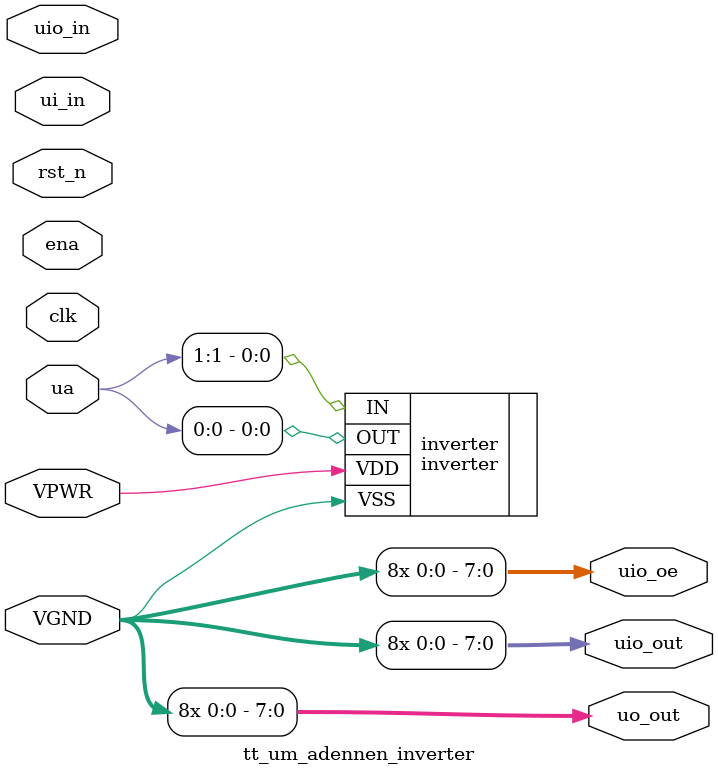
<source format=v>
/*
 * Copyright (c) 2024 Your Name
 * SPDX-License-Identifier: Apache-2.0
 */

`default_nettype none

module tt_um_adennen_inverter (
    input  wire       VGND,
    input  wire       VPWR,
    input  wire [7:0] ui_in,    // Dedicated inputs
    output wire [7:0] uo_out,   // Dedicated outputs
    input  wire [7:0] uio_in,   // IOs: Input path
    output wire [7:0] uio_out,  // IOs: Output path
    output wire [7:0] uio_oe,   // IOs: Enable path (active high: 0=input, 1=output)
    inout  wire [7:0] ua,       // Analog pins, only ua[5:0] can be used
    input  wire       ena,      // always 1 when the design is powered, so you can ignore it
    input  wire       clk,      // clock
    input  wire       rst_n     // reset_n - low to reset
);

  inverter inverter(
	  .VDD(VPWR),
	  .VSS(VGND),
	  .IN(ua[1]),
	  .OUT(ua[0])
  );

  assign uo_out[0] = VGND;
  assign uo_out[1] = VGND;
  assign uo_out[2] = VGND;
  assign uo_out[3] = VGND;
  assign uo_out[4] = VGND;
  assign uo_out[5] = VGND;
  assign uo_out[6] = VGND;
  assign uo_out[7] = VGND;

  assign uio_oe[0] = VGND;
  assign uio_oe[1] = VGND;
  assign uio_oe[2] = VGND;
  assign uio_oe[3] = VGND;
  assign uio_oe[4] = VGND;
  assign uio_oe[5] = VGND;
  assign uio_oe[6] = VGND;
  assign uio_oe[7] = VGND;

  assign uio_out[0] = VGND;
  assign uio_out[1] = VGND;
  assign uio_out[2] = VGND;
  assign uio_out[3] = VGND;
  assign uio_out[4] = VGND;
  assign uio_out[5] = VGND;
  assign uio_out[6] = VGND;
  assign uio_out[7] = VGND;


endmodule

</source>
